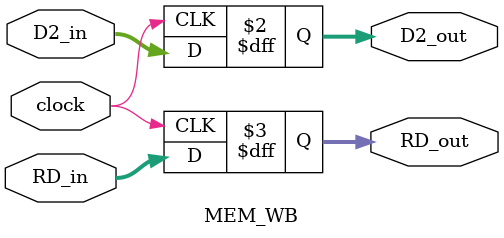
<source format=v>

module MEM_WB(
	input wire clock,
	input wire [31:0] D2_in,
	input wire [4:0]  RD_in,
	
	output reg [31:0] D2_out,
	output reg [4:0]  RD_out);

	always @(posedge clock) begin
		D2_out <= D2_in;
		RD_out <= RD_in;
	end
	
endmodule

</source>
